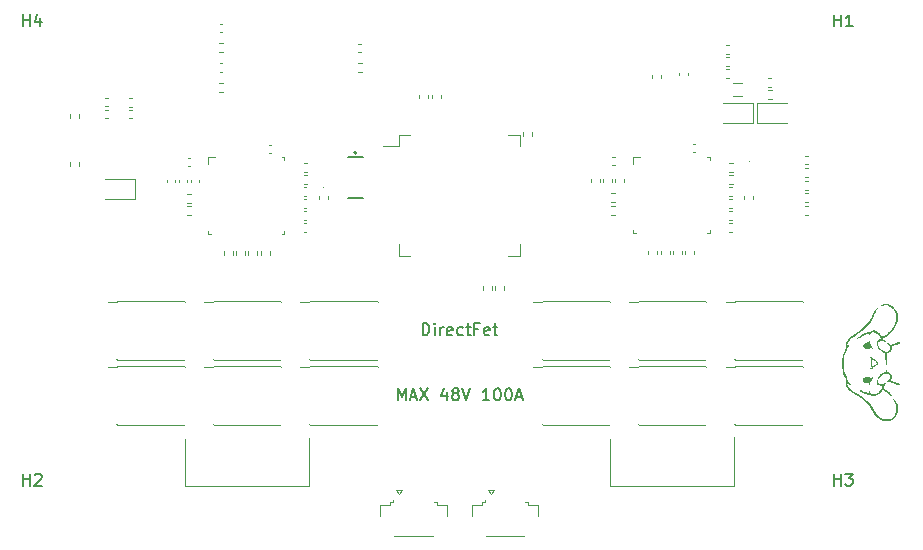
<source format=gbr>
%TF.GenerationSoftware,KiCad,Pcbnew,(6.0.4)*%
%TF.CreationDate,2023-01-05T12:04:55+08:00*%
%TF.ProjectId,FOC_Power,464f435f-506f-4776-9572-2e6b69636164,rev?*%
%TF.SameCoordinates,Original*%
%TF.FileFunction,Legend,Top*%
%TF.FilePolarity,Positive*%
%FSLAX46Y46*%
G04 Gerber Fmt 4.6, Leading zero omitted, Abs format (unit mm)*
G04 Created by KiCad (PCBNEW (6.0.4)) date 2023-01-05 12:04:55*
%MOMM*%
%LPD*%
G01*
G04 APERTURE LIST*
%ADD10C,0.150000*%
%ADD11C,0.120000*%
%ADD12C,0.127000*%
%ADD13C,0.200000*%
%ADD14C,0.100000*%
G04 APERTURE END LIST*
D10*
X64471904Y-60842380D02*
X64471904Y-59842380D01*
X64805238Y-60556666D01*
X65138571Y-59842380D01*
X65138571Y-60842380D01*
X65567142Y-60556666D02*
X66043333Y-60556666D01*
X65471904Y-60842380D02*
X65805238Y-59842380D01*
X66138571Y-60842380D01*
X66376666Y-59842380D02*
X67043333Y-60842380D01*
X67043333Y-59842380D02*
X66376666Y-60842380D01*
X68614761Y-60175714D02*
X68614761Y-60842380D01*
X68376666Y-59794761D02*
X68138571Y-60509047D01*
X68757619Y-60509047D01*
X69281428Y-60270952D02*
X69186190Y-60223333D01*
X69138571Y-60175714D01*
X69090952Y-60080476D01*
X69090952Y-60032857D01*
X69138571Y-59937619D01*
X69186190Y-59890000D01*
X69281428Y-59842380D01*
X69471904Y-59842380D01*
X69567142Y-59890000D01*
X69614761Y-59937619D01*
X69662380Y-60032857D01*
X69662380Y-60080476D01*
X69614761Y-60175714D01*
X69567142Y-60223333D01*
X69471904Y-60270952D01*
X69281428Y-60270952D01*
X69186190Y-60318571D01*
X69138571Y-60366190D01*
X69090952Y-60461428D01*
X69090952Y-60651904D01*
X69138571Y-60747142D01*
X69186190Y-60794761D01*
X69281428Y-60842380D01*
X69471904Y-60842380D01*
X69567142Y-60794761D01*
X69614761Y-60747142D01*
X69662380Y-60651904D01*
X69662380Y-60461428D01*
X69614761Y-60366190D01*
X69567142Y-60318571D01*
X69471904Y-60270952D01*
X69948095Y-59842380D02*
X70281428Y-60842380D01*
X70614761Y-59842380D01*
X72233809Y-60842380D02*
X71662380Y-60842380D01*
X71948095Y-60842380D02*
X71948095Y-59842380D01*
X71852857Y-59985238D01*
X71757619Y-60080476D01*
X71662380Y-60128095D01*
X72852857Y-59842380D02*
X72948095Y-59842380D01*
X73043333Y-59890000D01*
X73090952Y-59937619D01*
X73138571Y-60032857D01*
X73186190Y-60223333D01*
X73186190Y-60461428D01*
X73138571Y-60651904D01*
X73090952Y-60747142D01*
X73043333Y-60794761D01*
X72948095Y-60842380D01*
X72852857Y-60842380D01*
X72757619Y-60794761D01*
X72710000Y-60747142D01*
X72662380Y-60651904D01*
X72614761Y-60461428D01*
X72614761Y-60223333D01*
X72662380Y-60032857D01*
X72710000Y-59937619D01*
X72757619Y-59890000D01*
X72852857Y-59842380D01*
X73805238Y-59842380D02*
X73900476Y-59842380D01*
X73995714Y-59890000D01*
X74043333Y-59937619D01*
X74090952Y-60032857D01*
X74138571Y-60223333D01*
X74138571Y-60461428D01*
X74090952Y-60651904D01*
X74043333Y-60747142D01*
X73995714Y-60794761D01*
X73900476Y-60842380D01*
X73805238Y-60842380D01*
X73710000Y-60794761D01*
X73662380Y-60747142D01*
X73614761Y-60651904D01*
X73567142Y-60461428D01*
X73567142Y-60223333D01*
X73614761Y-60032857D01*
X73662380Y-59937619D01*
X73710000Y-59890000D01*
X73805238Y-59842380D01*
X74519523Y-60556666D02*
X74995714Y-60556666D01*
X74424285Y-60842380D02*
X74757619Y-59842380D01*
X75090952Y-60842380D01*
X66584761Y-55332380D02*
X66584761Y-54332380D01*
X66822857Y-54332380D01*
X66965714Y-54380000D01*
X67060952Y-54475238D01*
X67108571Y-54570476D01*
X67156190Y-54760952D01*
X67156190Y-54903809D01*
X67108571Y-55094285D01*
X67060952Y-55189523D01*
X66965714Y-55284761D01*
X66822857Y-55332380D01*
X66584761Y-55332380D01*
X67584761Y-55332380D02*
X67584761Y-54665714D01*
X67584761Y-54332380D02*
X67537142Y-54380000D01*
X67584761Y-54427619D01*
X67632380Y-54380000D01*
X67584761Y-54332380D01*
X67584761Y-54427619D01*
X68060952Y-55332380D02*
X68060952Y-54665714D01*
X68060952Y-54856190D02*
X68108571Y-54760952D01*
X68156190Y-54713333D01*
X68251428Y-54665714D01*
X68346666Y-54665714D01*
X69060952Y-55284761D02*
X68965714Y-55332380D01*
X68775238Y-55332380D01*
X68680000Y-55284761D01*
X68632380Y-55189523D01*
X68632380Y-54808571D01*
X68680000Y-54713333D01*
X68775238Y-54665714D01*
X68965714Y-54665714D01*
X69060952Y-54713333D01*
X69108571Y-54808571D01*
X69108571Y-54903809D01*
X68632380Y-54999047D01*
X69965714Y-55284761D02*
X69870476Y-55332380D01*
X69680000Y-55332380D01*
X69584761Y-55284761D01*
X69537142Y-55237142D01*
X69489523Y-55141904D01*
X69489523Y-54856190D01*
X69537142Y-54760952D01*
X69584761Y-54713333D01*
X69680000Y-54665714D01*
X69870476Y-54665714D01*
X69965714Y-54713333D01*
X70251428Y-54665714D02*
X70632380Y-54665714D01*
X70394285Y-54332380D02*
X70394285Y-55189523D01*
X70441904Y-55284761D01*
X70537142Y-55332380D01*
X70632380Y-55332380D01*
X71299047Y-54808571D02*
X70965714Y-54808571D01*
X70965714Y-55332380D02*
X70965714Y-54332380D01*
X71441904Y-54332380D01*
X72203809Y-55284761D02*
X72108571Y-55332380D01*
X71918095Y-55332380D01*
X71822857Y-55284761D01*
X71775238Y-55189523D01*
X71775238Y-54808571D01*
X71822857Y-54713333D01*
X71918095Y-54665714D01*
X72108571Y-54665714D01*
X72203809Y-54713333D01*
X72251428Y-54808571D01*
X72251428Y-54903809D01*
X71775238Y-54999047D01*
X72537142Y-54665714D02*
X72918095Y-54665714D01*
X72680000Y-54332380D02*
X72680000Y-55189523D01*
X72727619Y-55284761D01*
X72822857Y-55332380D01*
X72918095Y-55332380D01*
%TO.C,H2*%
X32743095Y-68077380D02*
X32743095Y-67077380D01*
X32743095Y-67553571D02*
X33314523Y-67553571D01*
X33314523Y-68077380D02*
X33314523Y-67077380D01*
X33743095Y-67172619D02*
X33790714Y-67125000D01*
X33885952Y-67077380D01*
X34124047Y-67077380D01*
X34219285Y-67125000D01*
X34266904Y-67172619D01*
X34314523Y-67267857D01*
X34314523Y-67363095D01*
X34266904Y-67505952D01*
X33695476Y-68077380D01*
X34314523Y-68077380D01*
%TO.C,H3*%
X101413095Y-68067380D02*
X101413095Y-67067380D01*
X101413095Y-67543571D02*
X101984523Y-67543571D01*
X101984523Y-68067380D02*
X101984523Y-67067380D01*
X102365476Y-67067380D02*
X102984523Y-67067380D01*
X102651190Y-67448333D01*
X102794047Y-67448333D01*
X102889285Y-67495952D01*
X102936904Y-67543571D01*
X102984523Y-67638809D01*
X102984523Y-67876904D01*
X102936904Y-67972142D01*
X102889285Y-68019761D01*
X102794047Y-68067380D01*
X102508333Y-68067380D01*
X102413095Y-68019761D01*
X102365476Y-67972142D01*
%TO.C,H4*%
X32733095Y-29157380D02*
X32733095Y-28157380D01*
X32733095Y-28633571D02*
X33304523Y-28633571D01*
X33304523Y-29157380D02*
X33304523Y-28157380D01*
X34209285Y-28490714D02*
X34209285Y-29157380D01*
X33971190Y-28109761D02*
X33733095Y-28824047D01*
X34352142Y-28824047D01*
%TO.C,H1*%
X101413095Y-29187380D02*
X101413095Y-28187380D01*
X101413095Y-28663571D02*
X101984523Y-28663571D01*
X101984523Y-29187380D02*
X101984523Y-28187380D01*
X102984523Y-29187380D02*
X102413095Y-29187380D01*
X102698809Y-29187380D02*
X102698809Y-28187380D01*
X102603571Y-28330238D01*
X102508333Y-28425476D01*
X102413095Y-28473095D01*
%TO.C,G\u002A\u002A\u002A*%
G36*
X105845029Y-58270435D02*
G01*
X105857438Y-58292938D01*
X105869259Y-58333052D01*
X105877283Y-58370722D01*
X105888830Y-58430351D01*
X105942227Y-58437435D01*
X106032670Y-58458723D01*
X106112449Y-58497751D01*
X106172169Y-58544246D01*
X106235252Y-58615916D01*
X106279078Y-58695510D01*
X106303437Y-58781662D01*
X106308124Y-58873010D01*
X106292929Y-58968189D01*
X106257645Y-59065836D01*
X106253093Y-59075499D01*
X106235849Y-59112517D01*
X106222948Y-59142435D01*
X106216644Y-59159959D01*
X106216362Y-59161770D01*
X106225707Y-59169387D01*
X106251632Y-59183319D01*
X106290967Y-59202187D01*
X106340545Y-59224612D01*
X106397198Y-59249214D01*
X106457758Y-59274615D01*
X106519056Y-59299434D01*
X106577924Y-59322294D01*
X106624330Y-59339382D01*
X106681610Y-59358701D01*
X106749145Y-59379835D01*
X106816595Y-59399607D01*
X106852157Y-59409346D01*
X106902427Y-59423364D01*
X106947012Y-59437134D01*
X106980798Y-59448993D01*
X106997860Y-59456731D01*
X107017261Y-59480026D01*
X107019614Y-59510320D01*
X107006951Y-59537647D01*
X106983712Y-59551315D01*
X106942291Y-59555904D01*
X106883633Y-59551465D01*
X106808683Y-59538048D01*
X106749556Y-59523993D01*
X106646112Y-59495200D01*
X106548053Y-59462913D01*
X106449488Y-59424881D01*
X106344525Y-59378856D01*
X106244866Y-59331272D01*
X106073308Y-59246930D01*
X106018851Y-59259004D01*
X105969947Y-59265675D01*
X105932191Y-59262370D01*
X105909017Y-59249581D01*
X105904859Y-59242629D01*
X105907983Y-59224100D01*
X105925221Y-59198764D01*
X105952574Y-59170812D01*
X105986041Y-59144435D01*
X106015342Y-59126870D01*
X106066569Y-59093608D01*
X106105555Y-59050101D01*
X106136368Y-58991527D01*
X106142434Y-58976194D01*
X106162873Y-58896918D01*
X106164678Y-58820287D01*
X106148948Y-58748951D01*
X106116784Y-58685562D01*
X106069286Y-58632770D01*
X106007554Y-58593227D01*
X105978692Y-58581565D01*
X105894822Y-58563187D01*
X105803823Y-58563620D01*
X105707903Y-58581899D01*
X105599315Y-58621931D01*
X105496456Y-58681047D01*
X105401189Y-58757494D01*
X105315378Y-58849518D01*
X105240884Y-58955367D01*
X105179572Y-59073285D01*
X105175284Y-59083206D01*
X105156151Y-59133762D01*
X105145962Y-59178632D01*
X105142148Y-59229923D01*
X105141946Y-59240343D01*
X105141851Y-59282128D01*
X105144317Y-59309375D01*
X105151327Y-59328733D01*
X105164863Y-59346847D01*
X105177897Y-59360890D01*
X105232998Y-59404135D01*
X105302043Y-59434660D01*
X105381819Y-59452180D01*
X105469113Y-59456413D01*
X105560709Y-59447077D01*
X105653394Y-59423887D01*
X105699634Y-59406807D01*
X105737451Y-59390489D01*
X105767840Y-59376044D01*
X105785207Y-59366161D01*
X105786605Y-59364988D01*
X105807391Y-59355570D01*
X105831586Y-59357618D01*
X105848676Y-59369851D01*
X105850066Y-59372711D01*
X105848163Y-59387908D01*
X105832761Y-59411836D01*
X105802531Y-59446416D01*
X105789421Y-59460133D01*
X105745927Y-59509152D01*
X105714830Y-59555447D01*
X105691864Y-59603876D01*
X105672018Y-59651026D01*
X105650179Y-59700169D01*
X105633163Y-59736333D01*
X105610584Y-59784249D01*
X105598095Y-59816253D01*
X105595049Y-59834702D01*
X105600795Y-59841954D01*
X105603974Y-59842299D01*
X105624185Y-59847565D01*
X105658424Y-59861954D01*
X105702752Y-59883351D01*
X105753227Y-59909640D01*
X105805910Y-59938707D01*
X105856861Y-59968437D01*
X105902139Y-59996716D01*
X105937805Y-60021427D01*
X105938068Y-60021625D01*
X105998665Y-60070796D01*
X106059660Y-60126646D01*
X106119073Y-60186726D01*
X106174925Y-60248586D01*
X106225234Y-60309777D01*
X106268022Y-60367847D01*
X106301308Y-60420348D01*
X106323113Y-60464830D01*
X106331457Y-60498843D01*
X106330863Y-60507654D01*
X106322162Y-60525273D01*
X106304623Y-60528614D01*
X106277038Y-60517186D01*
X106238197Y-60490494D01*
X106189065Y-60449941D01*
X106150285Y-60416037D01*
X106116280Y-60385893D01*
X106090922Y-60362969D01*
X106078606Y-60351278D01*
X106060330Y-60333899D01*
X106030122Y-60306846D01*
X105992403Y-60273921D01*
X105951597Y-60238929D01*
X105912126Y-60205672D01*
X105878413Y-60177953D01*
X105861377Y-60164472D01*
X105823245Y-60137206D01*
X105776664Y-60107068D01*
X105725152Y-60075974D01*
X105672227Y-60045843D01*
X105621406Y-60018593D01*
X105576209Y-59996142D01*
X105540153Y-59980409D01*
X105516755Y-59973311D01*
X105511131Y-59973504D01*
X105500012Y-59983764D01*
X105480268Y-60007434D01*
X105455210Y-60040416D01*
X105440209Y-60061260D01*
X105360661Y-60162614D01*
X105273422Y-60253400D01*
X105181647Y-60330877D01*
X105088488Y-60392305D01*
X105021262Y-60425503D01*
X104974979Y-60442199D01*
X104918960Y-60458546D01*
X104864463Y-60471298D01*
X104858612Y-60472423D01*
X104764027Y-60482592D01*
X104676215Y-60475218D01*
X104589081Y-60449492D01*
X104547401Y-60431202D01*
X104487054Y-60406533D01*
X104428376Y-60393041D01*
X104393750Y-60389197D01*
X104263525Y-60371472D01*
X104126888Y-60339920D01*
X103991338Y-60296703D01*
X103864371Y-60243985D01*
X103827535Y-60225851D01*
X103755685Y-60185069D01*
X103691919Y-60141330D01*
X103638336Y-60096691D01*
X103597034Y-60053207D01*
X103570111Y-60012937D01*
X103559664Y-59977938D01*
X103560901Y-59964444D01*
X103574522Y-59943161D01*
X103596044Y-59937614D01*
X103615432Y-59947617D01*
X103629801Y-59956999D01*
X103659504Y-59973220D01*
X103700581Y-59994346D01*
X103749074Y-60018446D01*
X103801022Y-60043586D01*
X103852466Y-60067836D01*
X103899446Y-60089262D01*
X103938004Y-60105933D01*
X103948694Y-60110254D01*
X103995881Y-60127424D01*
X104054620Y-60146722D01*
X104119444Y-60166565D01*
X104184882Y-60185370D01*
X104245467Y-60201553D01*
X104295729Y-60213532D01*
X104323948Y-60218893D01*
X104354619Y-60222632D01*
X104368822Y-60221227D01*
X104370830Y-60213884D01*
X104369696Y-60210411D01*
X104359390Y-60173942D01*
X104350460Y-60125805D01*
X104344278Y-60075523D01*
X104342217Y-60032621D01*
X104342620Y-60022441D01*
X104346469Y-59992279D01*
X104354003Y-59978112D01*
X104366808Y-59974756D01*
X104379265Y-59979241D01*
X104391308Y-59995020D01*
X104405075Y-60025585D01*
X104415909Y-60054885D01*
X104440339Y-60119926D01*
X104462919Y-60169521D01*
X104486665Y-60208854D01*
X104514599Y-60243104D01*
X104540807Y-60269223D01*
X104606752Y-60318219D01*
X104679184Y-60347614D01*
X104758641Y-60357472D01*
X104845663Y-60347857D01*
X104940786Y-60318833D01*
X104944772Y-60317267D01*
X105039745Y-60269545D01*
X105131324Y-60202742D01*
X105220003Y-60116365D01*
X105306279Y-60009919D01*
X105390645Y-59882911D01*
X105406862Y-59855798D01*
X105431679Y-59811779D01*
X105457295Y-59763226D01*
X105481662Y-59714412D01*
X105502732Y-59669610D01*
X105518455Y-59633092D01*
X105526783Y-59609131D01*
X105527584Y-59604015D01*
X105517919Y-59601816D01*
X105492405Y-59601843D01*
X105456267Y-59604061D01*
X105450759Y-59604535D01*
X105392145Y-59605513D01*
X105326888Y-59599843D01*
X105262509Y-59588723D01*
X105206526Y-59573347D01*
X105176867Y-59560957D01*
X105112358Y-59517447D01*
X105065255Y-59462294D01*
X105035087Y-59394748D01*
X105021383Y-59314055D01*
X105021255Y-59311984D01*
X105025558Y-59215882D01*
X105049159Y-59113745D01*
X105091482Y-59006905D01*
X105151954Y-58896696D01*
X105230000Y-58784448D01*
X105270686Y-58733645D01*
X105342190Y-58659861D01*
X105427636Y-58591183D01*
X105521270Y-58531353D01*
X105617336Y-58484111D01*
X105697018Y-58456535D01*
X105765784Y-58437993D01*
X105778970Y-58365239D01*
X105790095Y-58314801D01*
X105802428Y-58282866D01*
X105817346Y-58266742D01*
X105831111Y-58263409D01*
X105845029Y-58270435D01*
G37*
G36*
X104405719Y-55848310D02*
G01*
X104415458Y-55863448D01*
X104427794Y-55890512D01*
X104444050Y-55932096D01*
X104465550Y-55990790D01*
X104469240Y-56001039D01*
X104501686Y-56081604D01*
X104543588Y-56171189D01*
X104591136Y-56262287D01*
X104640520Y-56347392D01*
X104662842Y-56382516D01*
X104690080Y-56428161D01*
X104706678Y-56465181D01*
X104711886Y-56491146D01*
X104704958Y-56503625D01*
X104700356Y-56504376D01*
X104688434Y-56497162D01*
X104666119Y-56477866D01*
X104637357Y-56450013D01*
X104623531Y-56435802D01*
X104557997Y-56367228D01*
X104531506Y-56395141D01*
X104506931Y-56415278D01*
X104471923Y-56437356D01*
X104446733Y-56450469D01*
X104416639Y-56463222D01*
X104387103Y-56471712D01*
X104352075Y-56476999D01*
X104305501Y-56480143D01*
X104269932Y-56481429D01*
X104214751Y-56481798D01*
X104160720Y-56479958D01*
X104115328Y-56476271D01*
X104093434Y-56472937D01*
X104032221Y-56453093D01*
X103978078Y-56422069D01*
X103936122Y-56383363D01*
X103915765Y-56351468D01*
X103900417Y-56299157D01*
X103896138Y-56240130D01*
X103902914Y-56183270D01*
X103916137Y-56145597D01*
X103952659Y-56093931D01*
X104005538Y-56045997D01*
X104069940Y-56005194D01*
X104141032Y-55974919D01*
X104171222Y-55966283D01*
X104235302Y-55951025D01*
X104282431Y-55940728D01*
X104316089Y-55934709D01*
X104339753Y-55932288D01*
X104345460Y-55932161D01*
X104363075Y-55929857D01*
X104370784Y-55918915D01*
X104372553Y-55893296D01*
X104372557Y-55890909D01*
X104376956Y-55857623D01*
X104388731Y-55843450D01*
X104397251Y-55842508D01*
X104405719Y-55848310D01*
G37*
G36*
X105118105Y-53082924D02*
G01*
X105120248Y-53102558D01*
X105104973Y-53131179D01*
X105082241Y-53157804D01*
X105000876Y-53255113D01*
X104928373Y-53368859D01*
X104863903Y-53500453D01*
X104828792Y-53588395D01*
X104803435Y-53655564D01*
X104775637Y-53726981D01*
X104747099Y-53798471D01*
X104719526Y-53865862D01*
X104694620Y-53924980D01*
X104674083Y-53971652D01*
X104662233Y-53996650D01*
X104646185Y-54025803D01*
X104622542Y-54065505D01*
X104594185Y-54111262D01*
X104563997Y-54158582D01*
X104534860Y-54202970D01*
X104509657Y-54239934D01*
X104491271Y-54264979D01*
X104486478Y-54270644D01*
X104472767Y-54286773D01*
X104451763Y-54312891D01*
X104436550Y-54332339D01*
X104407261Y-54369056D01*
X104375091Y-54406837D01*
X104337649Y-54448245D01*
X104292541Y-54495846D01*
X104237376Y-54552203D01*
X104169763Y-54619880D01*
X104150741Y-54638764D01*
X103954877Y-54821904D01*
X103742957Y-54999611D01*
X103520068Y-55167937D01*
X103291294Y-55322936D01*
X103180442Y-55391711D01*
X103060707Y-55467018D01*
X102958260Y-55538973D01*
X102870035Y-55610140D01*
X102792970Y-55683079D01*
X102723999Y-55760354D01*
X102693621Y-55798749D01*
X102626202Y-55899001D01*
X102569429Y-56007457D01*
X102525759Y-56118535D01*
X102497649Y-56226654D01*
X102493097Y-56254258D01*
X102487195Y-56295546D01*
X102533057Y-56233065D01*
X102572186Y-56182532D01*
X102603568Y-56148821D01*
X102629385Y-56130030D01*
X102651822Y-56124258D01*
X102657523Y-56124676D01*
X102677189Y-56132845D01*
X102684546Y-56151206D01*
X102679377Y-56181474D01*
X102661463Y-56225364D01*
X102639240Y-56268798D01*
X102580118Y-56379654D01*
X102530437Y-56476406D01*
X102488496Y-56562982D01*
X102452597Y-56643310D01*
X102421042Y-56721315D01*
X102392132Y-56800927D01*
X102364169Y-56886071D01*
X102344462Y-56950356D01*
X102284774Y-57180953D01*
X102245537Y-57406219D01*
X102226734Y-57626309D01*
X102228346Y-57841379D01*
X102231377Y-57887230D01*
X102255979Y-58111621D01*
X102294683Y-58332323D01*
X102346584Y-58545558D01*
X102410778Y-58747549D01*
X102476917Y-58913443D01*
X102512367Y-58990337D01*
X102547505Y-59058602D01*
X102585592Y-59123642D01*
X102629893Y-59190861D01*
X102683671Y-59265661D01*
X102714255Y-59306435D01*
X102767518Y-59377981D01*
X102807639Y-59435113D01*
X102835357Y-59479435D01*
X102851409Y-59512550D01*
X102856534Y-59536060D01*
X102851469Y-59551567D01*
X102836953Y-59560676D01*
X102831981Y-59562129D01*
X102794941Y-59560829D01*
X102751354Y-59540910D01*
X102702505Y-59503449D01*
X102649678Y-59449519D01*
X102594155Y-59380197D01*
X102564287Y-59337897D01*
X102502261Y-59246452D01*
X102499090Y-59305708D01*
X102504096Y-59382168D01*
X102525656Y-59466502D01*
X102562101Y-59555767D01*
X102611760Y-59647020D01*
X102672964Y-59737318D01*
X102744043Y-59823716D01*
X102823326Y-59903272D01*
X102852676Y-59928932D01*
X102879927Y-59951455D01*
X102906634Y-59972386D01*
X102935200Y-59993279D01*
X102968027Y-60015690D01*
X103007516Y-60041174D01*
X103056068Y-60071287D01*
X103116087Y-60107582D01*
X103189972Y-60151617D01*
X103266407Y-60196845D01*
X103487189Y-60332277D01*
X103694963Y-60469947D01*
X103888381Y-60608810D01*
X104066098Y-60747821D01*
X104226768Y-60885936D01*
X104369044Y-61022111D01*
X104470963Y-61131505D01*
X104525697Y-61194963D01*
X104570819Y-61250568D01*
X104609359Y-61302952D01*
X104644347Y-61356743D01*
X104678811Y-61416573D01*
X104715783Y-61487073D01*
X104754081Y-61564243D01*
X104813732Y-61681965D01*
X104870218Y-61783337D01*
X104926268Y-61872368D01*
X104984609Y-61953067D01*
X105047969Y-62029440D01*
X105119076Y-62105497D01*
X105129804Y-62116348D01*
X105194909Y-62180501D01*
X105250464Y-62231797D01*
X105300696Y-62273482D01*
X105349833Y-62308802D01*
X105402100Y-62341004D01*
X105461724Y-62373335D01*
X105469713Y-62377449D01*
X105555242Y-62417601D01*
X105633055Y-62445037D01*
X105710814Y-62461622D01*
X105796182Y-62469223D01*
X105850780Y-62470250D01*
X105977051Y-62462240D01*
X106091883Y-62437462D01*
X106198130Y-62394798D01*
X106298646Y-62333126D01*
X106387282Y-62259785D01*
X106477426Y-62166316D01*
X106549607Y-62068712D01*
X106606834Y-61962115D01*
X106652114Y-61841667D01*
X106657862Y-61822781D01*
X106669435Y-61781879D01*
X106677523Y-61746763D01*
X106682732Y-61711983D01*
X106685664Y-61672091D01*
X106686926Y-61621638D01*
X106687126Y-61558945D01*
X106685385Y-61470651D01*
X106679639Y-61394402D01*
X106668668Y-61323685D01*
X106651247Y-61251982D01*
X106626155Y-61172779D01*
X106602159Y-61106126D01*
X106579425Y-61049673D01*
X106551043Y-60986072D01*
X106519491Y-60920265D01*
X106487251Y-60857192D01*
X106456801Y-60801795D01*
X106430622Y-60759014D01*
X106421239Y-60745653D01*
X106400293Y-60713811D01*
X106383281Y-60681002D01*
X106372679Y-60652908D01*
X106370963Y-60635211D01*
X106372199Y-60633090D01*
X106388758Y-60626275D01*
X106411158Y-60634813D01*
X106440951Y-60659708D01*
X106479688Y-60701963D01*
X106480802Y-60703271D01*
X106579938Y-60832655D01*
X106664435Y-60969496D01*
X106733471Y-61111420D01*
X106786223Y-61256055D01*
X106821868Y-61401029D01*
X106839585Y-61543969D01*
X106838550Y-61682503D01*
X106834418Y-61723192D01*
X106806698Y-61864969D01*
X106760449Y-62001112D01*
X106697162Y-62129516D01*
X106618330Y-62248076D01*
X106525445Y-62354685D01*
X106420001Y-62447237D01*
X106303489Y-62523627D01*
X106246350Y-62552871D01*
X106190234Y-62578435D01*
X106142573Y-62597701D01*
X106098817Y-62611471D01*
X106054416Y-62620553D01*
X106004820Y-62625750D01*
X105945478Y-62627868D01*
X105871841Y-62627712D01*
X105827306Y-62627016D01*
X105745693Y-62625116D01*
X105680527Y-62622000D01*
X105627063Y-62616594D01*
X105580553Y-62607823D01*
X105536254Y-62594614D01*
X105489420Y-62575893D01*
X105435304Y-62550587D01*
X105389829Y-62528017D01*
X105263957Y-62454453D01*
X105140406Y-62362188D01*
X105021411Y-62253713D01*
X104909203Y-62131520D01*
X104806018Y-61998099D01*
X104714089Y-61855942D01*
X104635651Y-61707541D01*
X104616572Y-61665581D01*
X104571754Y-61568199D01*
X104527671Y-61483940D01*
X104480888Y-61407691D01*
X104427968Y-61334337D01*
X104365477Y-61258762D01*
X104289980Y-61175854D01*
X104281782Y-61167173D01*
X104114370Y-61001306D01*
X103929031Y-60838508D01*
X103725059Y-60678239D01*
X103501746Y-60519963D01*
X103258382Y-60363139D01*
X103101483Y-60268955D01*
X102997903Y-60206609D01*
X102910634Y-60150038D01*
X102836420Y-60096878D01*
X102772003Y-60044763D01*
X102714128Y-59991332D01*
X102701132Y-59978335D01*
X102621169Y-59891685D01*
X102557044Y-59808690D01*
X102505436Y-59723936D01*
X102463029Y-59632010D01*
X102428272Y-59533208D01*
X102415499Y-59489930D01*
X102407548Y-59454413D01*
X102403613Y-59419462D01*
X102402894Y-59377884D01*
X102404586Y-59322485D01*
X102404629Y-59321419D01*
X102407845Y-59268186D01*
X102412695Y-59218378D01*
X102418454Y-59178438D01*
X102422973Y-59158707D01*
X102428755Y-59137695D01*
X102429982Y-59119505D01*
X102425456Y-59098719D01*
X102413979Y-59069919D01*
X102394350Y-59027688D01*
X102393667Y-59026250D01*
X102293047Y-58791132D01*
X102210282Y-58546609D01*
X102144939Y-58291299D01*
X102113443Y-58129626D01*
X102105742Y-58082166D01*
X102099863Y-58037616D01*
X102095567Y-57991916D01*
X102092614Y-57941004D01*
X102090764Y-57880819D01*
X102089777Y-57807299D01*
X102089423Y-57722983D01*
X102089498Y-57635157D01*
X102090187Y-57564571D01*
X102091721Y-57507276D01*
X102094334Y-57459324D01*
X102098256Y-57416766D01*
X102103719Y-57375651D01*
X102110955Y-57332032D01*
X102113058Y-57320334D01*
X102124534Y-57260802D01*
X102138243Y-57195389D01*
X102153213Y-57128178D01*
X102168471Y-57063247D01*
X102183043Y-57004678D01*
X102195957Y-56956551D01*
X102206240Y-56922947D01*
X102210325Y-56912345D01*
X102219624Y-56888484D01*
X102230445Y-56856214D01*
X102232734Y-56848765D01*
X102249700Y-56798412D01*
X102273660Y-56735303D01*
X102302064Y-56665606D01*
X102332364Y-56595488D01*
X102362008Y-56531116D01*
X102375169Y-56504242D01*
X102396946Y-56459965D01*
X102410202Y-56429176D01*
X102416333Y-56406632D01*
X102416738Y-56387094D01*
X102412811Y-56365317D01*
X102412519Y-56364045D01*
X102403452Y-56296936D01*
X102403461Y-56219414D01*
X102412531Y-56140212D01*
X102412909Y-56138092D01*
X102449018Y-55996782D01*
X102505235Y-55860500D01*
X102580868Y-55730206D01*
X102675225Y-55606857D01*
X102787615Y-55491414D01*
X102917347Y-55384834D01*
X102995002Y-55330889D01*
X103094379Y-55265711D01*
X103176194Y-55211815D01*
X103240714Y-55169023D01*
X103288204Y-55137157D01*
X103318931Y-55116041D01*
X103333161Y-55105496D01*
X103334092Y-55104591D01*
X103344570Y-55096022D01*
X103368207Y-55078366D01*
X103400819Y-55054719D01*
X103418865Y-55041844D01*
X103539925Y-54952062D01*
X103667963Y-54850148D01*
X103798261Y-54740236D01*
X103926101Y-54626459D01*
X104046768Y-54512950D01*
X104155544Y-54403841D01*
X104195865Y-54361062D01*
X104285723Y-54261155D01*
X104361927Y-54169662D01*
X104427526Y-54081948D01*
X104485569Y-53993381D01*
X104539104Y-53899328D01*
X104591180Y-53795155D01*
X104641661Y-53683553D01*
X104694733Y-53565264D01*
X104743335Y-53464894D01*
X104788910Y-53380008D01*
X104832905Y-53308176D01*
X104876764Y-53246964D01*
X104921931Y-53193939D01*
X104948808Y-53166454D01*
X105003725Y-53117564D01*
X105049694Y-53086466D01*
X105086194Y-53073485D01*
X105098315Y-53073477D01*
X105118105Y-53082924D01*
G37*
G36*
X104239588Y-58873541D02*
G01*
X104343543Y-58887026D01*
X104380924Y-58894725D01*
X104449340Y-58914066D01*
X104502120Y-58938709D01*
X104543185Y-58969773D01*
X104570760Y-58995537D01*
X104627356Y-58936773D01*
X104665376Y-58900687D01*
X104692407Y-58881947D01*
X104708155Y-58879599D01*
X104712322Y-58892690D01*
X104704611Y-58920268D01*
X104684728Y-58961378D01*
X104652374Y-59015068D01*
X104651922Y-59015766D01*
X104585075Y-59127268D01*
X104524705Y-59244687D01*
X104474800Y-59359995D01*
X104457236Y-59407839D01*
X104436626Y-59464648D01*
X104419919Y-59502981D01*
X104405856Y-59524917D01*
X104393176Y-59532535D01*
X104383333Y-59529811D01*
X104375880Y-59513412D01*
X104376965Y-59478306D01*
X104377792Y-59471879D01*
X104384702Y-59421642D01*
X104285909Y-59415448D01*
X104225404Y-59410488D01*
X104177450Y-59402861D01*
X104133641Y-59390360D01*
X104085569Y-59370777D01*
X104047110Y-59352750D01*
X103979005Y-59310762D01*
X103925774Y-59258883D01*
X103888916Y-59199669D01*
X103869931Y-59135673D01*
X103870317Y-59069452D01*
X103872904Y-59055928D01*
X103896364Y-58996422D01*
X103936767Y-58947963D01*
X103992701Y-58910998D01*
X104062757Y-58885974D01*
X104145522Y-58873339D01*
X104239588Y-58873541D01*
G37*
G36*
X105992748Y-52717623D02*
G01*
X106118195Y-52752061D01*
X106241778Y-52805596D01*
X106338223Y-52862118D01*
X106370656Y-52886268D01*
X106412248Y-52921260D01*
X106457691Y-52962445D01*
X106501681Y-53005176D01*
X106502577Y-53006082D01*
X106603987Y-53122026D01*
X106685948Y-53245118D01*
X106748956Y-53376507D01*
X106793505Y-53517345D01*
X106820093Y-53668782D01*
X106827380Y-53759863D01*
X106825235Y-53928365D01*
X106802438Y-54097120D01*
X106758916Y-54266297D01*
X106694597Y-54436070D01*
X106609406Y-54606608D01*
X106503272Y-54778085D01*
X106376121Y-54950671D01*
X106263840Y-55084435D01*
X106137306Y-55216872D01*
X106006611Y-55331633D01*
X105867540Y-55432238D01*
X105787787Y-55481733D01*
X105747112Y-55505415D01*
X105713543Y-55524477D01*
X105691030Y-55536708D01*
X105683604Y-55540088D01*
X105672001Y-55544046D01*
X105646914Y-55554335D01*
X105619411Y-55566252D01*
X105560249Y-55592417D01*
X105572029Y-55627183D01*
X105593534Y-55674193D01*
X105624925Y-55711441D01*
X105671039Y-55744178D01*
X105689064Y-55754223D01*
X105727220Y-55777683D01*
X105766556Y-55807003D01*
X105803058Y-55838525D01*
X105832716Y-55868590D01*
X105851516Y-55893540D01*
X105856078Y-55906507D01*
X105849004Y-55924109D01*
X105827461Y-55927775D01*
X105790972Y-55917463D01*
X105745051Y-55896242D01*
X105667725Y-55860992D01*
X105595526Y-55839122D01*
X105519257Y-55828397D01*
X105457390Y-55826321D01*
X105362725Y-55832699D01*
X105284273Y-55852237D01*
X105221477Y-55885141D01*
X105175248Y-55929692D01*
X105152349Y-55976019D01*
X105144775Y-56033669D01*
X105151641Y-56100309D01*
X105172065Y-56173607D01*
X105205163Y-56251230D01*
X105250051Y-56330846D01*
X105305846Y-56410121D01*
X105371665Y-56486725D01*
X105395426Y-56511011D01*
X105491568Y-56591794D01*
X105601062Y-56656819D01*
X105685938Y-56693247D01*
X105750432Y-56710812D01*
X105821437Y-56719646D01*
X105892115Y-56719641D01*
X105955624Y-56710690D01*
X105994334Y-56698087D01*
X106050410Y-56662676D01*
X106100112Y-56611924D01*
X106138613Y-56551627D01*
X106157692Y-56501960D01*
X106166909Y-56464635D01*
X106170327Y-56436123D01*
X106168011Y-56407055D01*
X106160026Y-56368065D01*
X106158656Y-56362128D01*
X106136709Y-56289220D01*
X106107324Y-56233056D01*
X106067705Y-56189701D01*
X106015058Y-56155220D01*
X106009729Y-56152490D01*
X105962402Y-56123660D01*
X105929162Y-56092973D01*
X105911543Y-56062835D01*
X105911077Y-56035654D01*
X105923952Y-56017767D01*
X105937997Y-56011939D01*
X105961750Y-56012484D01*
X105999960Y-56019618D01*
X106008669Y-56021603D01*
X106076806Y-56039862D01*
X106128545Y-56059924D01*
X106168681Y-56083936D01*
X106191850Y-56103673D01*
X106225620Y-56136356D01*
X106359494Y-56081312D01*
X106454783Y-56043913D01*
X106549383Y-56010102D01*
X106641042Y-55980425D01*
X106727504Y-55955428D01*
X106806518Y-55935657D01*
X106875827Y-55921658D01*
X106933180Y-55913975D01*
X106976321Y-55913156D01*
X107002997Y-55919745D01*
X107008277Y-55924214D01*
X107023732Y-55958238D01*
X107020522Y-55992814D01*
X107011304Y-56008976D01*
X107006071Y-56015572D01*
X107000436Y-56021407D01*
X106992466Y-56027199D01*
X106980231Y-56033665D01*
X106961799Y-56041522D01*
X106935237Y-56051489D01*
X106898615Y-56064281D01*
X106850001Y-56080618D01*
X106787463Y-56101216D01*
X106709069Y-56126793D01*
X106612889Y-56158066D01*
X106588901Y-56165863D01*
X106288557Y-56263488D01*
X106297495Y-56312406D01*
X106301589Y-56346588D01*
X106304381Y-56393068D01*
X106305379Y-56442962D01*
X106305309Y-56453467D01*
X106303532Y-56504123D01*
X106298613Y-56541635D01*
X106288977Y-56573994D01*
X106275689Y-56603855D01*
X106224693Y-56685049D01*
X106159020Y-56752165D01*
X106081007Y-56803412D01*
X105992996Y-56836999D01*
X105962044Y-56843923D01*
X105924518Y-56851092D01*
X105894451Y-56857167D01*
X105879380Y-56860578D01*
X105872108Y-56867923D01*
X105870088Y-56887100D01*
X105873016Y-56922162D01*
X105874082Y-56930764D01*
X105877997Y-56974953D01*
X105880693Y-57034444D01*
X105882248Y-57106325D01*
X105882739Y-57187686D01*
X105882244Y-57275617D01*
X105880839Y-57367209D01*
X105878603Y-57459550D01*
X105875612Y-57549732D01*
X105871945Y-57634843D01*
X105867678Y-57711974D01*
X105862888Y-57778215D01*
X105857654Y-57830655D01*
X105852052Y-57866385D01*
X105848903Y-57877704D01*
X105835762Y-57890895D01*
X105817115Y-57888883D01*
X105799277Y-57874057D01*
X105790073Y-57855440D01*
X105787755Y-57837883D01*
X105785128Y-57801686D01*
X105782304Y-57749398D01*
X105779396Y-57683568D01*
X105776514Y-57606746D01*
X105773770Y-57521481D01*
X105771275Y-57430322D01*
X105771044Y-57420981D01*
X105768514Y-57327171D01*
X105765653Y-57237102D01*
X105762586Y-57153675D01*
X105759435Y-57079790D01*
X105756326Y-57018348D01*
X105753381Y-56972250D01*
X105750725Y-56944398D01*
X105750688Y-56944135D01*
X105745413Y-56905473D01*
X105741536Y-56874544D01*
X105739870Y-56857862D01*
X105739863Y-56857632D01*
X105730363Y-56848405D01*
X105705797Y-56836079D01*
X105671605Y-56823365D01*
X105548954Y-56772726D01*
X105434274Y-56703114D01*
X105328785Y-56615645D01*
X105233706Y-56511436D01*
X105150255Y-56391602D01*
X105099915Y-56300036D01*
X105052875Y-56191876D01*
X105024135Y-56093261D01*
X105013594Y-56003226D01*
X105021150Y-55920803D01*
X105046702Y-55845025D01*
X105051189Y-55835909D01*
X105074119Y-55804775D01*
X105110530Y-55770346D01*
X105154415Y-55737651D01*
X105199090Y-55712045D01*
X105246425Y-55695506D01*
X105305538Y-55683654D01*
X105367214Y-55678250D01*
X105376583Y-55678102D01*
X105407674Y-55677011D01*
X105427866Y-55674484D01*
X105432215Y-55672334D01*
X105427070Y-55660798D01*
X105414112Y-55638223D01*
X105407378Y-55627299D01*
X105385822Y-55590113D01*
X105365427Y-55550584D01*
X105362984Y-55545386D01*
X105329815Y-55484318D01*
X105284646Y-55416432D01*
X105232098Y-55348060D01*
X105176789Y-55285534D01*
X105163573Y-55272057D01*
X105084486Y-55204719D01*
X104997954Y-55151472D01*
X104907176Y-55113356D01*
X104815349Y-55091410D01*
X104725671Y-55086673D01*
X104641338Y-55100184D01*
X104637838Y-55101203D01*
X104590563Y-55122811D01*
X104539532Y-55158618D01*
X104490434Y-55203851D01*
X104448958Y-55253739D01*
X104439907Y-55267226D01*
X104417080Y-55296791D01*
X104399337Y-55306674D01*
X104387696Y-55296924D01*
X104383177Y-55267588D01*
X104383154Y-55264577D01*
X104381760Y-55237312D01*
X104374963Y-55225192D01*
X104358844Y-55222218D01*
X104355444Y-55222190D01*
X104324144Y-55225908D01*
X104277593Y-55236188D01*
X104220221Y-55251726D01*
X104156453Y-55271214D01*
X104090719Y-55293347D01*
X104027445Y-55316818D01*
X104006975Y-55324995D01*
X103964010Y-55342852D01*
X103924163Y-55360299D01*
X103884461Y-55378870D01*
X103841937Y-55400099D01*
X103793618Y-55425519D01*
X103736535Y-55456665D01*
X103667717Y-55495070D01*
X103584195Y-55542267D01*
X103563893Y-55553789D01*
X103499212Y-55589910D01*
X103450701Y-55615515D01*
X103416613Y-55631415D01*
X103395206Y-55638420D01*
X103384735Y-55637339D01*
X103384495Y-55637115D01*
X103378844Y-55621866D01*
X103387002Y-55599740D01*
X103409923Y-55569454D01*
X103448561Y-55529727D01*
X103498339Y-55484154D01*
X103604834Y-55397319D01*
X103720364Y-55316222D01*
X103840432Y-55243465D01*
X103960539Y-55181653D01*
X104076188Y-55133387D01*
X104141365Y-55112071D01*
X104194146Y-55098944D01*
X104257567Y-55086260D01*
X104321131Y-55076025D01*
X104347152Y-55072734D01*
X104398693Y-55066493D01*
X104434250Y-55060496D01*
X104458955Y-55053158D01*
X104477937Y-55042894D01*
X104496326Y-55028116D01*
X104498869Y-55025845D01*
X104568343Y-54977296D01*
X104648228Y-54946026D01*
X104736671Y-54932031D01*
X104831816Y-54935308D01*
X104931809Y-54955853D01*
X105034796Y-54993662D01*
X105101601Y-55027018D01*
X105156695Y-55063658D01*
X105217771Y-55114795D01*
X105280750Y-55176274D01*
X105341556Y-55243937D01*
X105396112Y-55313628D01*
X105426229Y-55357950D01*
X105452084Y-55397451D01*
X105474447Y-55429249D01*
X105490626Y-55449660D01*
X105497364Y-55455315D01*
X105515112Y-55450056D01*
X105546970Y-55435693D01*
X105589075Y-55414353D01*
X105637561Y-55388159D01*
X105688565Y-55359236D01*
X105738223Y-55329710D01*
X105782670Y-55301704D01*
X105808394Y-55284298D01*
X105869421Y-55237218D01*
X105939087Y-55176688D01*
X106013656Y-55106463D01*
X106089396Y-55030300D01*
X106162575Y-54951956D01*
X106229457Y-54875188D01*
X106286311Y-54803752D01*
X106287461Y-54802215D01*
X106387036Y-54661622D01*
X106469805Y-54528183D01*
X106537394Y-54398585D01*
X106591429Y-54269518D01*
X106633535Y-54137673D01*
X106653591Y-54056567D01*
X106665437Y-53986778D01*
X106673091Y-53906453D01*
X106676512Y-53821464D01*
X106675659Y-53737684D01*
X106670492Y-53660984D01*
X106660967Y-53597238D01*
X106656937Y-53580325D01*
X106617725Y-53454188D01*
X106571490Y-53344349D01*
X106515871Y-53246434D01*
X106448507Y-53156066D01*
X106397344Y-53099343D01*
X106289626Y-53001879D01*
X106172225Y-52922875D01*
X106046081Y-52862845D01*
X105912132Y-52822304D01*
X105879357Y-52815611D01*
X105789940Y-52808179D01*
X105689735Y-52816461D01*
X105581641Y-52839990D01*
X105468556Y-52878297D01*
X105454230Y-52884094D01*
X105405983Y-52902463D01*
X105373790Y-52910639D01*
X105355219Y-52908790D01*
X105347839Y-52897083D01*
X105347442Y-52891482D01*
X105356032Y-52870195D01*
X105382362Y-52845310D01*
X105427277Y-52816211D01*
X105491621Y-52782283D01*
X105507526Y-52774560D01*
X105622826Y-52730752D01*
X105743303Y-52706783D01*
X105867197Y-52702469D01*
X105992748Y-52717623D01*
G37*
G36*
X105199090Y-55640755D02*
G01*
X105193792Y-55646054D01*
X105188494Y-55640755D01*
X105193792Y-55635457D01*
X105199090Y-55640755D01*
G37*
G36*
X104669866Y-58170280D02*
G01*
X104653654Y-58193621D01*
X104647279Y-58200674D01*
X104626829Y-58220580D01*
X104608745Y-58229547D01*
X104584163Y-58230409D01*
X104561543Y-58228088D01*
X104520154Y-58218046D01*
X104485724Y-58200379D01*
X104461487Y-58178216D01*
X104450678Y-58154689D01*
X104456529Y-58132926D01*
X104459611Y-58129427D01*
X104472259Y-58120863D01*
X104488901Y-58121744D01*
X104514406Y-58131131D01*
X104550813Y-58141292D01*
X104578508Y-58139301D01*
X104593470Y-58125865D01*
X104594989Y-58116992D01*
X104592702Y-58099681D01*
X104586595Y-58066887D01*
X104577674Y-58023764D01*
X104569778Y-57987898D01*
X104546073Y-57873593D01*
X104530598Y-57775127D01*
X104523223Y-57688862D01*
X104523250Y-57685399D01*
X104626877Y-57685399D01*
X104628817Y-57722627D01*
X104633952Y-57770915D01*
X104641259Y-57823405D01*
X104649711Y-57873236D01*
X104658285Y-57913550D01*
X104663759Y-57932295D01*
X104675674Y-57936471D01*
X104702171Y-57931645D01*
X104739513Y-57919472D01*
X104783965Y-57901611D01*
X104831792Y-57879717D01*
X104879256Y-57855447D01*
X104922621Y-57830458D01*
X104958153Y-57806405D01*
X104970781Y-57796161D01*
X105006741Y-57754820D01*
X105022012Y-57710993D01*
X105016965Y-57662689D01*
X105002238Y-57626509D01*
X104987370Y-57605491D01*
X104961882Y-57576927D01*
X104931326Y-57547035D01*
X104898374Y-57520238D01*
X104857986Y-57492203D01*
X104814123Y-57465091D01*
X104770746Y-57441065D01*
X104731816Y-57422290D01*
X104701296Y-57410927D01*
X104683146Y-57409140D01*
X104681063Y-57410384D01*
X104672661Y-57427423D01*
X104662803Y-57460408D01*
X104652495Y-57504234D01*
X104642743Y-57553796D01*
X104634552Y-57603989D01*
X104628928Y-57649711D01*
X104626877Y-57685399D01*
X104523250Y-57685399D01*
X104523819Y-57611162D01*
X104532255Y-57538389D01*
X104548403Y-57466906D01*
X104550903Y-57458069D01*
X104568110Y-57391028D01*
X104578576Y-57333664D01*
X104581787Y-57289506D01*
X104578801Y-57266103D01*
X104572601Y-57253454D01*
X104560719Y-57248060D01*
X104537294Y-57248519D01*
X104515569Y-57250982D01*
X104476200Y-57253455D01*
X104455352Y-57247672D01*
X104451499Y-57232247D01*
X104463114Y-57205794D01*
X104464036Y-57204222D01*
X104495107Y-57170755D01*
X104536991Y-57154522D01*
X104580198Y-57155556D01*
X104625916Y-57174285D01*
X104660574Y-57210470D01*
X104680491Y-57254666D01*
X104688752Y-57277353D01*
X104700456Y-57293725D01*
X104720483Y-57308027D01*
X104753713Y-57324501D01*
X104768438Y-57331152D01*
X104862558Y-57379328D01*
X104949212Y-57435458D01*
X105022261Y-57495460D01*
X105036558Y-57509446D01*
X105071177Y-57548650D01*
X105093355Y-57585557D01*
X105107631Y-57625688D01*
X105117493Y-57661704D01*
X105122190Y-57685314D01*
X105122177Y-57704543D01*
X105117913Y-57727420D01*
X105114297Y-57742870D01*
X105092971Y-57793962D01*
X105054604Y-57845704D01*
X105002717Y-57893607D01*
X104987159Y-57905080D01*
X104948870Y-57930823D01*
X104913195Y-57951600D01*
X104874269Y-57970248D01*
X104826229Y-57989601D01*
X104769929Y-58010116D01*
X104685156Y-58040193D01*
X104682017Y-58103520D01*
X104678288Y-58143134D01*
X104675674Y-58151560D01*
X104669866Y-58170280D01*
G37*
D11*
%TO.C,R19*%
X98941359Y-41955000D02*
X99248641Y-41955000D01*
X98941359Y-41195000D02*
X99248641Y-41195000D01*
%TO.C,C7*%
X61358496Y-30655000D02*
X61142824Y-30655000D01*
X61358496Y-31375000D02*
X61142824Y-31375000D01*
%TO.C,R10*%
X68095000Y-35278641D02*
X68095000Y-34971359D01*
X67335000Y-35278641D02*
X67335000Y-34971359D01*
%TO.C,C45*%
X53547164Y-39925000D02*
X53762836Y-39925000D01*
X53547164Y-39205000D02*
X53762836Y-39205000D01*
%TO.C,C8*%
X49628496Y-29705000D02*
X49412824Y-29705000D01*
X49628496Y-28985000D02*
X49412824Y-28985000D01*
%TO.C,R22*%
X92828641Y-42535000D02*
X92521359Y-42535000D01*
X92828641Y-41775000D02*
X92521359Y-41775000D01*
%TO.C,C2*%
X89457164Y-39125000D02*
X89672836Y-39125000D01*
X89457164Y-39845000D02*
X89672836Y-39845000D01*
%TO.C,C46*%
X56527164Y-42815000D02*
X56742836Y-42815000D01*
X56527164Y-43535000D02*
X56742836Y-43535000D01*
%TO.C,R24*%
X93825000Y-43531359D02*
X93825000Y-43838641D01*
X94585000Y-43531359D02*
X94585000Y-43838641D01*
%TO.C,R30*%
X56818641Y-40755000D02*
X56511359Y-40755000D01*
X56818641Y-41515000D02*
X56511359Y-41515000D01*
%TO.C,U7*%
X54870000Y-40515001D02*
X54870000Y-40290000D01*
X48420000Y-40290000D02*
X48995000Y-40290000D01*
X48420000Y-40865000D02*
X48420000Y-40290000D01*
X48420000Y-46740000D02*
X48645001Y-46740000D01*
X54644999Y-46740000D02*
X54870000Y-46740000D01*
X54870000Y-46740000D02*
X54870000Y-46514999D01*
X48420000Y-46740000D02*
X48420000Y-46514999D01*
X54644999Y-40290000D02*
X54870000Y-40290000D01*
%TO.C,R9*%
X66295000Y-35278641D02*
X66295000Y-34971359D01*
X67055000Y-35278641D02*
X67055000Y-34971359D01*
%TO.C,R13*%
X49351359Y-33965000D02*
X49658641Y-33965000D01*
X49351359Y-34725000D02*
X49658641Y-34725000D01*
%TO.C,R17*%
X99248641Y-43025000D02*
X98941359Y-43025000D01*
X99248641Y-42265000D02*
X98941359Y-42265000D01*
%TO.C,ENC0*%
X71845000Y-69435000D02*
X71845000Y-69295000D01*
X71595000Y-69735000D02*
X71595000Y-69435000D01*
X76365000Y-70635000D02*
X76365000Y-69735000D01*
X76365000Y-69735000D02*
X75515000Y-69735000D01*
X75515000Y-69735000D02*
X75515000Y-69435000D01*
X75515000Y-69435000D02*
X75265000Y-69435000D01*
X70745000Y-69735000D02*
X71595000Y-69735000D01*
X72105000Y-68441447D02*
X72355000Y-68795000D01*
X71915000Y-72355000D02*
X75195000Y-72355000D01*
X72605000Y-68441447D02*
X72105000Y-68441447D01*
X72355000Y-68795000D02*
X72605000Y-68441447D01*
X71595000Y-69435000D02*
X71845000Y-69435000D01*
X70745000Y-70635000D02*
X70745000Y-69735000D01*
%TO.C,R14*%
X95811359Y-35317500D02*
X96118641Y-35317500D01*
X95811359Y-34557500D02*
X96118641Y-34557500D01*
%TO.C,C19*%
X39922836Y-36235000D02*
X39707164Y-36235000D01*
X39922836Y-36955000D02*
X39707164Y-36955000D01*
%TO.C,C49*%
X46707164Y-41055000D02*
X46922836Y-41055000D01*
X46707164Y-40335000D02*
X46922836Y-40335000D01*
%TO.C,D7*%
X42235596Y-43845000D02*
X42235596Y-42145000D01*
X42235596Y-43845000D02*
X39685596Y-43845000D01*
X42235596Y-42145000D02*
X39685596Y-42145000D01*
%TO.C,J1*%
X82410000Y-68090000D02*
X92810000Y-68090000D01*
X82410000Y-67890000D02*
X82410000Y-68090000D01*
X82410000Y-64090000D02*
X82410000Y-67890000D01*
X92810000Y-68090000D02*
X92960000Y-68090000D01*
X92960000Y-68090000D02*
X92960000Y-63990000D01*
%TO.C,C21*%
X41737164Y-35275000D02*
X41952836Y-35275000D01*
X41737164Y-35995000D02*
X41952836Y-35995000D01*
%TO.C,C35*%
X92547164Y-45555000D02*
X92762836Y-45555000D01*
X92547164Y-44835000D02*
X92762836Y-44835000D01*
%TO.C,C30*%
X99182836Y-40875000D02*
X98967164Y-40875000D01*
X99182836Y-40155000D02*
X98967164Y-40155000D01*
%TO.C,C31*%
X86755000Y-33527836D02*
X86755000Y-33312164D01*
X86035000Y-33527836D02*
X86035000Y-33312164D01*
%TO.C,C32*%
X88285000Y-33099664D02*
X88285000Y-33315336D01*
X89005000Y-33099664D02*
X89005000Y-33315336D01*
%TO.C,C4*%
X82575000Y-42342836D02*
X82575000Y-42127164D01*
X81855000Y-42342836D02*
X81855000Y-42127164D01*
%TO.C,C9*%
X49622836Y-32325000D02*
X49407164Y-32325000D01*
X49622836Y-33045000D02*
X49407164Y-33045000D01*
%TO.C,R12*%
X49367019Y-30625000D02*
X49674301Y-30625000D01*
X49367019Y-31385000D02*
X49674301Y-31385000D01*
%TO.C,R36*%
X50505000Y-48201359D02*
X50505000Y-48508641D01*
X49745000Y-48201359D02*
X49745000Y-48508641D01*
%TO.C,Q2*%
X82450000Y-57325000D02*
X82350000Y-57425000D01*
X82350000Y-57425000D02*
X76750000Y-57425000D01*
X76750000Y-57425000D02*
X76650000Y-57325000D01*
X76750000Y-52425000D02*
X82350000Y-52425000D01*
X75900000Y-52525000D02*
X76650000Y-52525000D01*
X76650000Y-52525000D02*
X76750000Y-52425000D01*
X82350000Y-52425000D02*
X82450000Y-52525000D01*
%TO.C,R37*%
X52591666Y-48201359D02*
X52591666Y-48508641D01*
X51831666Y-48201359D02*
X51831666Y-48508641D01*
%TO.C,R20*%
X37455000Y-40671359D02*
X37455000Y-40978641D01*
X36695000Y-40671359D02*
X36695000Y-40978641D01*
D12*
%TO.C,Y1*%
X60235000Y-40255000D02*
X61535000Y-40255000D01*
X60235000Y-43695000D02*
X61535000Y-43695000D01*
D13*
X60985000Y-39875000D02*
G75*
G03*
X60985000Y-39875000I-100000J0D01*
G01*
D11*
%TO.C,Q6*%
X98675000Y-57425000D02*
X93075000Y-57425000D01*
X98675000Y-52425000D02*
X98775000Y-52525000D01*
X92975000Y-52525000D02*
X93075000Y-52425000D01*
X98775000Y-57325000D02*
X98675000Y-57425000D01*
X93075000Y-52425000D02*
X98675000Y-52425000D01*
X92225000Y-52525000D02*
X92975000Y-52525000D01*
X93075000Y-57425000D02*
X92975000Y-57325000D01*
%TO.C,Q12*%
X57080000Y-52425000D02*
X62680000Y-52425000D01*
X56230000Y-52525000D02*
X56980000Y-52525000D01*
X56980000Y-52525000D02*
X57080000Y-52425000D01*
X62680000Y-57425000D02*
X57080000Y-57425000D01*
X57080000Y-57425000D02*
X56980000Y-57325000D01*
X62780000Y-57325000D02*
X62680000Y-57425000D01*
X62680000Y-52425000D02*
X62780000Y-52525000D01*
%TO.C,Q8*%
X40755000Y-52425000D02*
X46355000Y-52425000D01*
X46355000Y-52425000D02*
X46455000Y-52525000D01*
X46355000Y-57425000D02*
X40755000Y-57425000D01*
X39905000Y-52525000D02*
X40655000Y-52525000D01*
X40655000Y-52525000D02*
X40755000Y-52425000D01*
X40755000Y-57425000D02*
X40655000Y-57325000D01*
X46455000Y-57325000D02*
X46355000Y-57425000D01*
%TO.C,C3*%
X92547164Y-43535000D02*
X92762836Y-43535000D01*
X92547164Y-42815000D02*
X92762836Y-42815000D01*
%TO.C,Q10*%
X48917500Y-52425000D02*
X54517500Y-52425000D01*
X48917500Y-57425000D02*
X48817500Y-57325000D01*
X54517500Y-52425000D02*
X54617500Y-52525000D01*
X54617500Y-57325000D02*
X54517500Y-57425000D01*
X48817500Y-52525000D02*
X48917500Y-52425000D01*
X54517500Y-57425000D02*
X48917500Y-57425000D01*
X48067500Y-52525000D02*
X48817500Y-52525000D01*
%TO.C,Q1*%
X76750000Y-62925000D02*
X76650000Y-62825000D01*
X75900000Y-58025000D02*
X76650000Y-58025000D01*
X82350000Y-57925000D02*
X82450000Y-58025000D01*
X82450000Y-62825000D02*
X82350000Y-62925000D01*
X82350000Y-62925000D02*
X76750000Y-62925000D01*
X76650000Y-58025000D02*
X76750000Y-57925000D01*
X76750000Y-57925000D02*
X82350000Y-57925000D01*
D14*
%TO.C,D1*%
X94255000Y-40642500D02*
G75*
G03*
X94255000Y-40642500I-50000J0D01*
G01*
D11*
%TO.C,C27*%
X92492836Y-32545000D02*
X92277164Y-32545000D01*
X92492836Y-31825000D02*
X92277164Y-31825000D01*
%TO.C,Q5*%
X98775000Y-62825000D02*
X98675000Y-62925000D01*
X93075000Y-62925000D02*
X92975000Y-62825000D01*
X92225000Y-58025000D02*
X92975000Y-58025000D01*
X98675000Y-57925000D02*
X98775000Y-58025000D01*
X98675000Y-62925000D02*
X93075000Y-62925000D01*
X92975000Y-58025000D02*
X93075000Y-57925000D01*
X93075000Y-57925000D02*
X98675000Y-57925000D01*
%TO.C,R35*%
X51545000Y-48201359D02*
X51545000Y-48508641D01*
X50785000Y-48201359D02*
X50785000Y-48508641D01*
%TO.C,MOTOR1*%
X56845000Y-68120000D02*
X56995000Y-68120000D01*
X46445000Y-67920000D02*
X46445000Y-68120000D01*
X46445000Y-68120000D02*
X56845000Y-68120000D01*
X56995000Y-68120000D02*
X56995000Y-64020000D01*
X46445000Y-64120000D02*
X46445000Y-67920000D01*
%TO.C,R18*%
X99248641Y-43335000D02*
X98941359Y-43335000D01*
X99248641Y-44095000D02*
X98941359Y-44095000D01*
%TO.C,Q9*%
X54517500Y-57925000D02*
X54617500Y-58025000D01*
X54617500Y-62825000D02*
X54517500Y-62925000D01*
X48917500Y-62925000D02*
X48817500Y-62825000D01*
X48817500Y-58025000D02*
X48917500Y-57925000D01*
X54517500Y-62925000D02*
X48917500Y-62925000D01*
X48067500Y-58025000D02*
X48817500Y-58025000D01*
X48917500Y-57925000D02*
X54517500Y-57925000D01*
%TO.C,R31*%
X58555000Y-43531359D02*
X58555000Y-43838641D01*
X57795000Y-43531359D02*
X57795000Y-43838641D01*
%TO.C,C51*%
X56527164Y-45555000D02*
X56742836Y-45555000D01*
X56527164Y-44835000D02*
X56742836Y-44835000D01*
%TO.C,R43*%
X88535000Y-48191359D02*
X88535000Y-48498641D01*
X87775000Y-48191359D02*
X87775000Y-48498641D01*
%TO.C,ENC1*%
X62985000Y-69735000D02*
X63835000Y-69735000D01*
X64155000Y-72355000D02*
X67435000Y-72355000D01*
X64345000Y-68441447D02*
X64595000Y-68795000D01*
X63835000Y-69735000D02*
X63835000Y-69435000D01*
X62985000Y-70635000D02*
X62985000Y-69735000D01*
X63835000Y-69435000D02*
X64085000Y-69435000D01*
X68605000Y-69735000D02*
X67755000Y-69735000D01*
X64845000Y-68441447D02*
X64345000Y-68441447D01*
X64595000Y-68795000D02*
X64845000Y-68441447D01*
X67755000Y-69435000D02*
X67505000Y-69435000D01*
X67755000Y-69735000D02*
X67755000Y-69435000D01*
X64085000Y-69435000D02*
X64085000Y-69295000D01*
X68605000Y-70635000D02*
X68605000Y-69735000D01*
%TO.C,C47*%
X45935000Y-42402836D02*
X45935000Y-42187164D01*
X46655000Y-42402836D02*
X46655000Y-42187164D01*
%TO.C,D3*%
X94865000Y-37337500D02*
X97415000Y-37337500D01*
X94865000Y-35637500D02*
X94865000Y-37337500D01*
X94865000Y-35637500D02*
X97415000Y-35637500D01*
%TO.C,Q11*%
X56230000Y-58025000D02*
X56980000Y-58025000D01*
X57080000Y-57925000D02*
X62680000Y-57925000D01*
X56980000Y-58025000D02*
X57080000Y-57925000D01*
X62680000Y-62925000D02*
X57080000Y-62925000D01*
X62780000Y-62825000D02*
X62680000Y-62925000D01*
X57080000Y-62925000D02*
X56980000Y-62825000D01*
X62680000Y-57925000D02*
X62780000Y-58025000D01*
%TO.C,C52*%
X56527164Y-43825000D02*
X56742836Y-43825000D01*
X56527164Y-44545000D02*
X56742836Y-44545000D01*
%TO.C,C18*%
X95837164Y-33585000D02*
X96052836Y-33585000D01*
X95837164Y-34305000D02*
X96052836Y-34305000D01*
%TO.C,R21*%
X36695000Y-36948641D02*
X36695000Y-36641359D01*
X37455000Y-36948641D02*
X37455000Y-36641359D01*
%TO.C,C25*%
X92492836Y-32817500D02*
X92277164Y-32817500D01*
X92492836Y-33537500D02*
X92277164Y-33537500D01*
%TO.C,R16*%
X92251359Y-30805000D02*
X92558641Y-30805000D01*
X92251359Y-31565000D02*
X92558641Y-31565000D01*
D14*
%TO.C,D8*%
X58225000Y-42827500D02*
G75*
G03*
X58225000Y-42827500I-50000J0D01*
G01*
D11*
%TO.C,R44*%
X88815000Y-48191359D02*
X88815000Y-48498641D01*
X89575000Y-48191359D02*
X89575000Y-48498641D01*
%TO.C,U2*%
X84430000Y-46690000D02*
X84655001Y-46690000D01*
X84430000Y-46690000D02*
X84430000Y-46464999D01*
X90880000Y-46690000D02*
X90880000Y-46464999D01*
X90880000Y-40465001D02*
X90880000Y-40240000D01*
X90654999Y-40240000D02*
X90880000Y-40240000D01*
X90654999Y-46690000D02*
X90880000Y-46690000D01*
X84430000Y-40815000D02*
X84430000Y-40240000D01*
X84430000Y-40240000D02*
X85005000Y-40240000D01*
%TO.C,R42*%
X86455000Y-48191359D02*
X86455000Y-48498641D01*
X85695000Y-48191359D02*
X85695000Y-48498641D01*
%TO.C,C6*%
X82617164Y-40945000D02*
X82832836Y-40945000D01*
X82617164Y-40225000D02*
X82832836Y-40225000D01*
%TO.C,C22*%
X41727164Y-36265000D02*
X41942836Y-36265000D01*
X41727164Y-36985000D02*
X41942836Y-36985000D01*
%TO.C,C50*%
X56527164Y-45845000D02*
X56742836Y-45845000D01*
X56527164Y-46565000D02*
X56742836Y-46565000D01*
%TO.C,C48*%
X46965000Y-42402836D02*
X46965000Y-42187164D01*
X47685000Y-42402836D02*
X47685000Y-42187164D01*
%TO.C,Q7*%
X40655000Y-58025000D02*
X40755000Y-57925000D01*
X40755000Y-57925000D02*
X46355000Y-57925000D01*
X39905000Y-58025000D02*
X40655000Y-58025000D01*
X40755000Y-62925000D02*
X40655000Y-62825000D01*
X46355000Y-57925000D02*
X46455000Y-58025000D01*
X46455000Y-62825000D02*
X46355000Y-62925000D01*
X46355000Y-62925000D02*
X40755000Y-62925000D01*
%TO.C,C34*%
X92547164Y-46565000D02*
X92762836Y-46565000D01*
X92547164Y-45845000D02*
X92762836Y-45845000D01*
%TO.C,R40*%
X82868641Y-44375000D02*
X82561359Y-44375000D01*
X82868641Y-45135000D02*
X82561359Y-45135000D01*
%TO.C,C5*%
X83595000Y-42342836D02*
X83595000Y-42127164D01*
X82875000Y-42342836D02*
X82875000Y-42127164D01*
%TO.C,C44*%
X44915000Y-42392836D02*
X44915000Y-42177164D01*
X45635000Y-42392836D02*
X45635000Y-42177164D01*
%TO.C,L1*%
X93624622Y-35117500D02*
X92825378Y-35117500D01*
X93624622Y-33997500D02*
X92825378Y-33997500D01*
%TO.C,R29*%
X56808641Y-41785000D02*
X56501359Y-41785000D01*
X56808641Y-42545000D02*
X56501359Y-42545000D01*
%TO.C,R23*%
X92828641Y-41505000D02*
X92521359Y-41505000D01*
X92828641Y-40745000D02*
X92521359Y-40745000D01*
%TO.C,R8*%
X71665000Y-51211359D02*
X71665000Y-51518641D01*
X72425000Y-51211359D02*
X72425000Y-51518641D01*
%TO.C,R11*%
X75875000Y-38448641D02*
X75875000Y-38141359D01*
X75115000Y-38448641D02*
X75115000Y-38141359D01*
%TO.C,R26*%
X46968641Y-44435000D02*
X46661359Y-44435000D01*
X46968641Y-45195000D02*
X46661359Y-45195000D01*
%TO.C,R3*%
X61097019Y-32305000D02*
X61404301Y-32305000D01*
X61097019Y-33065000D02*
X61404301Y-33065000D01*
%TO.C,R41*%
X87495000Y-48191359D02*
X87495000Y-48498641D01*
X86735000Y-48191359D02*
X86735000Y-48498641D01*
%TO.C,D4*%
X94585000Y-37337500D02*
X92035000Y-37337500D01*
X94585000Y-35637500D02*
X92035000Y-35637500D01*
X94585000Y-37337500D02*
X94585000Y-35637500D01*
%TO.C,C1*%
X81555000Y-42342836D02*
X81555000Y-42127164D01*
X80835000Y-42342836D02*
X80835000Y-42127164D01*
%TO.C,R38*%
X52875000Y-48201359D02*
X52875000Y-48508641D01*
X53635000Y-48201359D02*
X53635000Y-48508641D01*
%TO.C,C20*%
X39912836Y-35255000D02*
X39697164Y-35255000D01*
X39912836Y-35975000D02*
X39697164Y-35975000D01*
%TO.C,R39*%
X82868641Y-44095000D02*
X82561359Y-44095000D01*
X82868641Y-43335000D02*
X82561359Y-43335000D01*
%TO.C,C36*%
X92547164Y-43825000D02*
X92762836Y-43825000D01*
X92547164Y-44545000D02*
X92762836Y-44545000D01*
%TO.C,R4*%
X72735000Y-51211359D02*
X72735000Y-51518641D01*
X73495000Y-51211359D02*
X73495000Y-51518641D01*
%TO.C,Q3*%
X84912500Y-57925000D02*
X90512500Y-57925000D01*
X90512500Y-57925000D02*
X90612500Y-58025000D01*
X84062500Y-58025000D02*
X84812500Y-58025000D01*
X90512500Y-62925000D02*
X84912500Y-62925000D01*
X90612500Y-62825000D02*
X90512500Y-62925000D01*
X84912500Y-62925000D02*
X84812500Y-62825000D01*
X84812500Y-58025000D02*
X84912500Y-57925000D01*
%TO.C,C29*%
X99182836Y-44415000D02*
X98967164Y-44415000D01*
X99182836Y-45135000D02*
X98967164Y-45135000D01*
%TO.C,Q4*%
X84812500Y-52525000D02*
X84912500Y-52425000D01*
X90612500Y-57325000D02*
X90512500Y-57425000D01*
X90512500Y-52425000D02*
X90612500Y-52525000D01*
X84062500Y-52525000D02*
X84812500Y-52525000D01*
X84912500Y-57425000D02*
X84812500Y-57325000D01*
X90512500Y-57425000D02*
X84912500Y-57425000D01*
X84912500Y-52425000D02*
X90512500Y-52425000D01*
%TO.C,R25*%
X46968641Y-43395000D02*
X46661359Y-43395000D01*
X46968641Y-44155000D02*
X46661359Y-44155000D01*
%TO.C,U1*%
X74785000Y-48605000D02*
X74785000Y-47655000D01*
X74785000Y-38385000D02*
X74785000Y-39335000D01*
X73835000Y-48605000D02*
X74785000Y-48605000D01*
X65515000Y-48605000D02*
X64565000Y-48605000D01*
X64565000Y-39335000D02*
X63225000Y-39335000D01*
X64565000Y-48605000D02*
X64565000Y-47655000D01*
X73835000Y-38385000D02*
X74785000Y-38385000D01*
X64565000Y-38385000D02*
X64565000Y-39335000D01*
X65515000Y-38385000D02*
X64565000Y-38385000D01*
%TD*%
M02*

</source>
